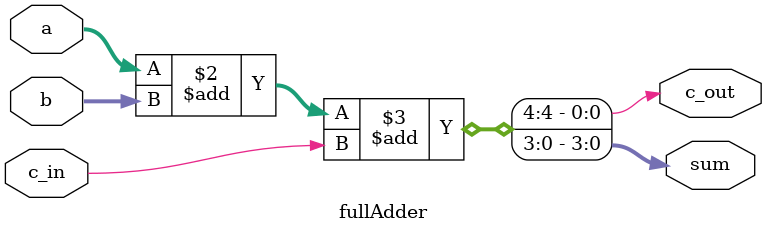
<source format=v>
`timescale 1ns / 1ps

module fullAdder(
   input [3:0] a,
                  input [3:0] b,
                  input c_in,
                  output reg c_out,
                  output reg [3:0] sum
);
    always @ (a or b or c_in) begin
   {c_out, sum} = a + b + c_in;   
 end
endmodule

</source>
